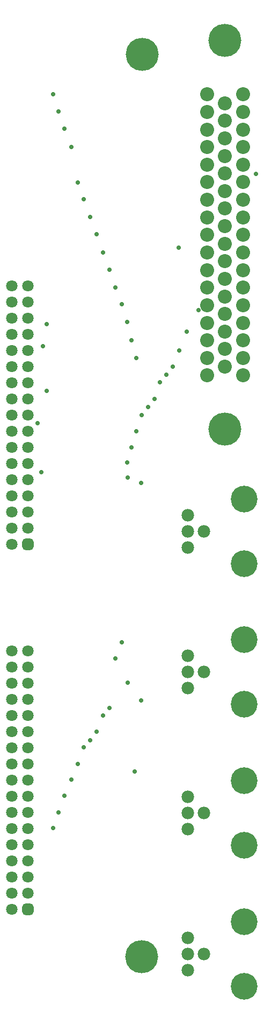
<source format=gts>
G04*
G04 #@! TF.GenerationSoftware,Altium Limited,Altium Designer,24.3.1 (35)*
G04*
G04 Layer_Color=8388736*
%FSLAX25Y25*%
%MOIN*%
G70*
G04*
G04 #@! TF.SameCoordinates,F9B35F18-39F2-4BAC-A9EF-380DD9FA1C01*
G04*
G04*
G04 #@! TF.FilePolarity,Negative*
G04*
G01*
G75*
%ADD13C,0.20485*%
%ADD14C,0.07800*%
%ADD15C,0.16548*%
%ADD16C,0.07099*%
G04:AMPARAMS|DCode=17|XSize=70.99mil|YSize=70.99mil|CornerRadius=19.75mil|HoleSize=0mil|Usage=FLASHONLY|Rotation=90.000|XOffset=0mil|YOffset=0mil|HoleType=Round|Shape=RoundedRectangle|*
%AMROUNDEDRECTD17*
21,1,0.07099,0.03150,0,0,90.0*
21,1,0.03150,0.07099,0,0,90.0*
1,1,0.03950,0.01575,0.01575*
1,1,0.03950,0.01575,-0.01575*
1,1,0.03950,-0.01575,-0.01575*
1,1,0.03950,-0.01575,0.01575*
%
%ADD17ROUNDEDRECTD17*%
%ADD18C,0.08674*%
%ADD19C,0.02769*%
D13*
X87008Y45669D02*
D03*
X87508Y604224D02*
D03*
X138819Y612795D02*
D03*
Y372244D02*
D03*
D14*
X115787Y221811D02*
D03*
Y231811D02*
D03*
Y211811D02*
D03*
X125787Y221811D02*
D03*
X115787Y309055D02*
D03*
Y319055D02*
D03*
Y299055D02*
D03*
X125787Y309055D02*
D03*
X115787Y134567D02*
D03*
Y144567D02*
D03*
Y124567D02*
D03*
X125787Y134567D02*
D03*
X115787Y47323D02*
D03*
Y57323D02*
D03*
Y37323D02*
D03*
X125787Y47323D02*
D03*
D15*
X150787Y241811D02*
D03*
Y201811D02*
D03*
Y329055D02*
D03*
Y289055D02*
D03*
Y154567D02*
D03*
Y114567D02*
D03*
Y67323D02*
D03*
Y27323D02*
D03*
D16*
X6500Y401000D02*
D03*
Y391000D02*
D03*
X16500Y401000D02*
D03*
Y391000D02*
D03*
X6500Y381000D02*
D03*
Y371000D02*
D03*
X16500Y381000D02*
D03*
Y371000D02*
D03*
X6500Y301000D02*
D03*
X16500Y311000D02*
D03*
X6500D02*
D03*
X16500Y321000D02*
D03*
X6500D02*
D03*
X16500Y331000D02*
D03*
X6500D02*
D03*
X16500Y341000D02*
D03*
Y351000D02*
D03*
X6500Y341000D02*
D03*
Y351000D02*
D03*
X16500Y361000D02*
D03*
X6500D02*
D03*
X16500Y411000D02*
D03*
X6500D02*
D03*
X16500Y421000D02*
D03*
Y431000D02*
D03*
Y441000D02*
D03*
Y451000D02*
D03*
Y461000D02*
D03*
X6500Y421000D02*
D03*
Y431000D02*
D03*
Y441000D02*
D03*
Y451000D02*
D03*
Y461000D02*
D03*
Y175000D02*
D03*
Y165000D02*
D03*
X16500Y175000D02*
D03*
Y165000D02*
D03*
X6500Y155000D02*
D03*
Y145000D02*
D03*
X16500Y155000D02*
D03*
Y145000D02*
D03*
X6500Y75000D02*
D03*
X16500Y85000D02*
D03*
X6500D02*
D03*
X16500Y95000D02*
D03*
X6500D02*
D03*
X16500Y105000D02*
D03*
X6500D02*
D03*
X16500Y115000D02*
D03*
Y125000D02*
D03*
X6500Y115000D02*
D03*
Y125000D02*
D03*
X16500Y135000D02*
D03*
X6500D02*
D03*
X16500Y185000D02*
D03*
X6500D02*
D03*
X16500Y195000D02*
D03*
Y205000D02*
D03*
Y215000D02*
D03*
Y225000D02*
D03*
Y235000D02*
D03*
X6500Y195000D02*
D03*
Y205000D02*
D03*
Y215000D02*
D03*
Y225000D02*
D03*
Y235000D02*
D03*
D17*
X16500Y301000D02*
D03*
Y75000D02*
D03*
D18*
X127638Y579528D02*
D03*
Y568622D02*
D03*
Y557717D02*
D03*
Y546929D02*
D03*
Y536024D02*
D03*
Y525118D02*
D03*
Y514331D02*
D03*
Y503425D02*
D03*
Y492520D02*
D03*
X138819Y487008D02*
D03*
Y476221D02*
D03*
Y465315D02*
D03*
Y454409D02*
D03*
Y443622D02*
D03*
Y432717D02*
D03*
Y421811D02*
D03*
Y411024D02*
D03*
Y498032D02*
D03*
Y508819D02*
D03*
Y519724D02*
D03*
Y530630D02*
D03*
Y541417D02*
D03*
Y552323D02*
D03*
Y563228D02*
D03*
Y574016D02*
D03*
X127638Y405512D02*
D03*
Y416417D02*
D03*
Y427323D02*
D03*
Y438110D02*
D03*
Y449016D02*
D03*
Y459921D02*
D03*
Y470709D02*
D03*
Y481614D02*
D03*
X150000Y405512D02*
D03*
Y416417D02*
D03*
Y427323D02*
D03*
Y438110D02*
D03*
Y449016D02*
D03*
Y459921D02*
D03*
Y470709D02*
D03*
Y481614D02*
D03*
Y492520D02*
D03*
Y579528D02*
D03*
Y568622D02*
D03*
Y557717D02*
D03*
Y546929D02*
D03*
Y536024D02*
D03*
Y525118D02*
D03*
Y514331D02*
D03*
Y503425D02*
D03*
D19*
X22441Y375984D02*
D03*
X27953Y437402D02*
D03*
X86614Y204331D02*
D03*
Y338976D02*
D03*
X157874Y530315D02*
D03*
X82677Y160236D02*
D03*
X106299Y411024D02*
D03*
X102362Y405905D02*
D03*
X94882Y390945D02*
D03*
X98425Y401181D02*
D03*
X110236Y420866D02*
D03*
X77953Y351575D02*
D03*
X122505Y446063D02*
D03*
X59055Y492913D02*
D03*
X78347Y215354D02*
D03*
Y342126D02*
D03*
X24803Y345669D02*
D03*
X27953Y396063D02*
D03*
X25591Y423622D02*
D03*
X74803Y449606D02*
D03*
Y240158D02*
D03*
X70866Y459842D02*
D03*
Y230315D02*
D03*
X62992Y194882D02*
D03*
X51181Y514567D02*
D03*
X55118Y503543D02*
D03*
X62992Y481496D02*
D03*
X66929Y470866D02*
D03*
X47244Y524803D02*
D03*
X66929Y199606D02*
D03*
X59055Y185039D02*
D03*
X55118Y179528D02*
D03*
X51181Y175197D02*
D03*
X47244Y164961D02*
D03*
X43307Y546850D02*
D03*
Y155118D02*
D03*
X38976Y558268D02*
D03*
Y145276D02*
D03*
X35433Y568898D02*
D03*
Y135039D02*
D03*
X31890Y579528D02*
D03*
Y125197D02*
D03*
X114961Y432677D02*
D03*
X110117Y484539D02*
D03*
X90945Y385827D02*
D03*
X87008Y381102D02*
D03*
X83858Y416142D02*
D03*
Y370866D02*
D03*
X80709Y427165D02*
D03*
Y361024D02*
D03*
X77953Y438583D02*
D03*
M02*

</source>
